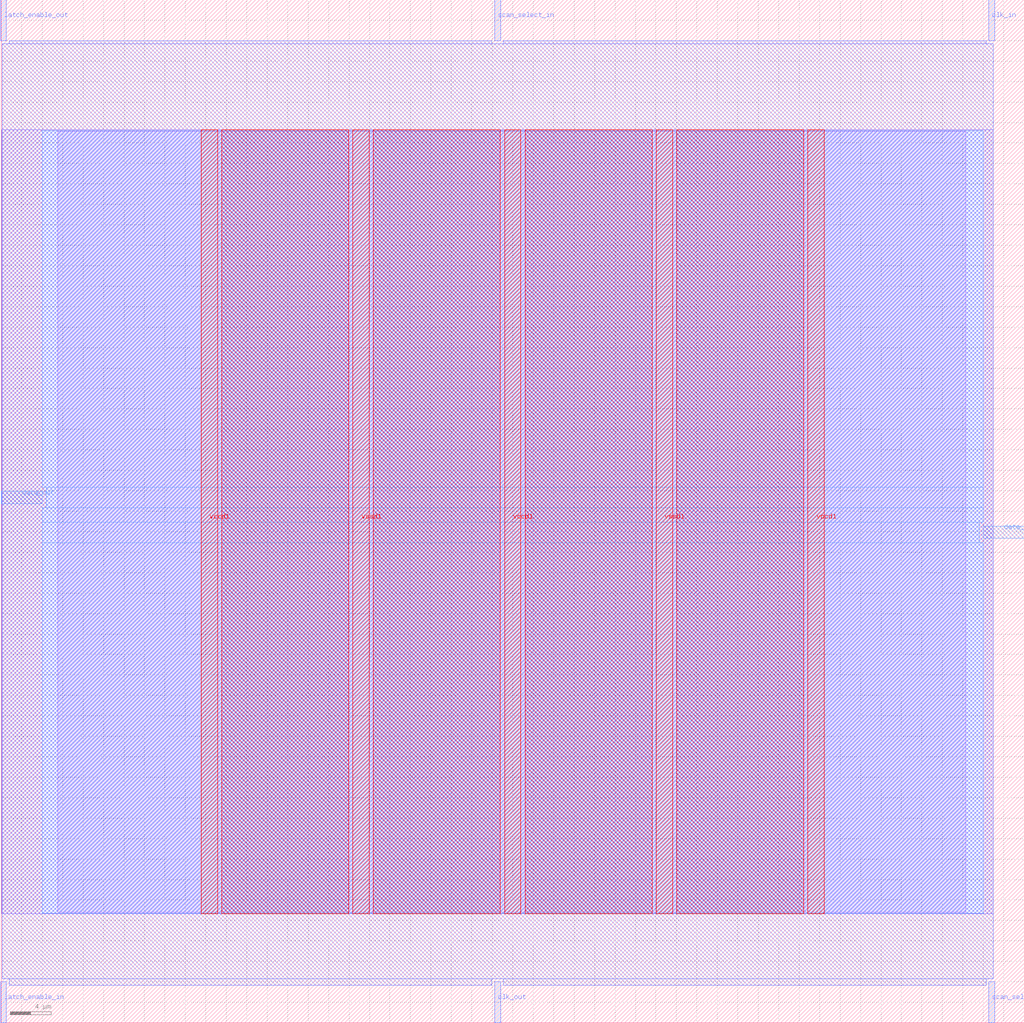
<source format=lef>
VERSION 5.7 ;
  NOWIREEXTENSIONATPIN ON ;
  DIVIDERCHAR "/" ;
  BUSBITCHARS "[]" ;
MACRO scan_wrapper_lesson_1
  CLASS BLOCK ;
  FOREIGN scan_wrapper_lesson_1 ;
  ORIGIN 0.000 0.000 ;
  SIZE 100.000 BY 100.000 ;
  PIN clk_in
    DIRECTION INPUT ;
    USE SIGNAL ;
    PORT
      LAYER met2 ;
        RECT 96.550 96.000 97.110 100.000 ;
    END
  END clk_in
  PIN clk_out
    DIRECTION OUTPUT TRISTATE ;
    USE SIGNAL ;
    PORT
      LAYER met2 ;
        RECT 48.250 0.000 48.810 4.000 ;
    END
  END clk_out
  PIN data_in
    DIRECTION INPUT ;
    USE SIGNAL ;
    PORT
      LAYER met3 ;
        RECT 96.000 47.340 100.000 48.540 ;
    END
  END data_in
  PIN data_out
    DIRECTION OUTPUT TRISTATE ;
    USE SIGNAL ;
    PORT
      LAYER met3 ;
        RECT 0.000 50.740 4.000 51.940 ;
    END
  END data_out
  PIN latch_enable_in
    DIRECTION INPUT ;
    USE SIGNAL ;
    PORT
      LAYER met2 ;
        RECT -0.050 0.000 0.510 4.000 ;
    END
  END latch_enable_in
  PIN latch_enable_out
    DIRECTION OUTPUT TRISTATE ;
    USE SIGNAL ;
    PORT
      LAYER met2 ;
        RECT -0.050 96.000 0.510 100.000 ;
    END
  END latch_enable_out
  PIN scan_select_in
    DIRECTION INPUT ;
    USE SIGNAL ;
    PORT
      LAYER met2 ;
        RECT 48.250 96.000 48.810 100.000 ;
    END
  END scan_select_in
  PIN scan_select_out
    DIRECTION OUTPUT TRISTATE ;
    USE SIGNAL ;
    PORT
      LAYER met2 ;
        RECT 96.550 0.000 97.110 4.000 ;
    END
  END scan_select_out
  PIN vccd1
    DIRECTION INPUT ;
    USE POWER ;
    PORT
      LAYER met4 ;
        RECT 19.550 10.640 21.150 87.280 ;
    END
    PORT
      LAYER met4 ;
        RECT 49.200 10.640 50.800 87.280 ;
    END
    PORT
      LAYER met4 ;
        RECT 78.855 10.640 80.455 87.280 ;
    END
  END vccd1
  PIN vssd1
    DIRECTION INPUT ;
    USE GROUND ;
    PORT
      LAYER met4 ;
        RECT 34.370 10.640 35.970 87.280 ;
    END
    PORT
      LAYER met4 ;
        RECT 64.025 10.640 65.625 87.280 ;
    END
  END vssd1
  OBS
      LAYER li1 ;
        RECT 5.520 10.795 94.300 87.125 ;
      LAYER met1 ;
        RECT 0.070 10.640 96.990 87.280 ;
      LAYER met2 ;
        RECT 0.790 95.720 47.970 96.000 ;
        RECT 49.090 95.720 96.270 96.000 ;
        RECT 0.100 4.280 96.960 95.720 ;
        RECT 0.790 3.670 47.970 4.280 ;
        RECT 49.090 3.670 96.270 4.280 ;
      LAYER met3 ;
        RECT 4.000 52.340 96.000 87.205 ;
        RECT 4.400 50.340 96.000 52.340 ;
        RECT 4.000 48.940 96.000 50.340 ;
        RECT 4.000 46.940 95.600 48.940 ;
        RECT 4.000 10.715 96.000 46.940 ;
      LAYER met4 ;
        RECT 21.550 10.640 33.970 87.280 ;
        RECT 36.370 10.640 48.800 87.280 ;
        RECT 51.200 10.640 63.625 87.280 ;
        RECT 66.025 10.640 78.455 87.280 ;
  END
END scan_wrapper_lesson_1
END LIBRARY


</source>
